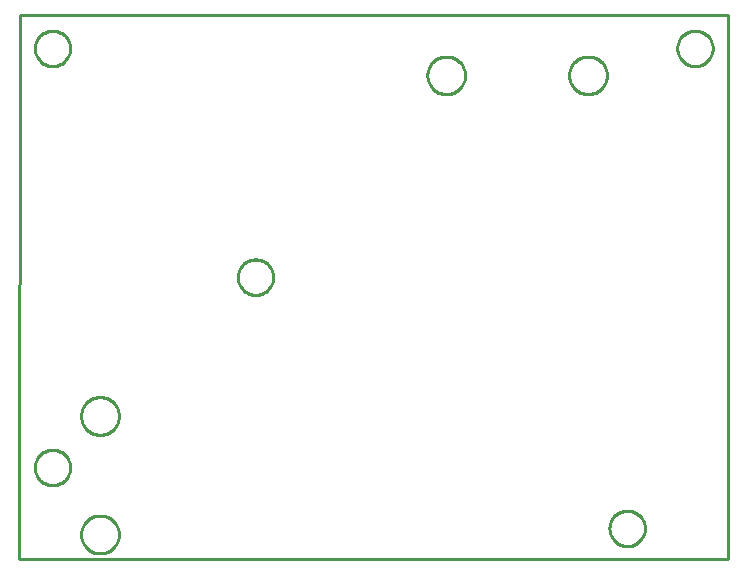
<source format=gbr>
G04 EAGLE Gerber X2 export*
%TF.Part,Single*%
%TF.FileFunction,Profile,NP*%
%TF.FilePolarity,Positive*%
%TF.GenerationSoftware,Autodesk,EAGLE,8.6.3*%
%TF.CreationDate,2018-07-14T15:57:14Z*%
G75*
%MOMM*%
%FSLAX34Y34*%
%LPD*%
%AMOC8*
5,1,8,0,0,1.08239X$1,22.5*%
G01*
%ADD10C,0.254000*%


D10*
X-100Y-200D02*
X599700Y-200D01*
X600000Y460000D01*
X100Y459900D01*
X-100Y-200D01*
X43000Y431464D02*
X42924Y430396D01*
X42771Y429335D01*
X42543Y428288D01*
X42241Y427260D01*
X41867Y426256D01*
X41422Y425281D01*
X40908Y424341D01*
X40329Y423440D01*
X39687Y422582D01*
X38985Y421772D01*
X38228Y421015D01*
X37418Y420313D01*
X36560Y419671D01*
X35659Y419092D01*
X34719Y418578D01*
X33744Y418133D01*
X32740Y417759D01*
X31712Y417457D01*
X30665Y417229D01*
X29604Y417076D01*
X28536Y417000D01*
X27464Y417000D01*
X26396Y417076D01*
X25335Y417229D01*
X24288Y417457D01*
X23260Y417759D01*
X22256Y418133D01*
X21281Y418578D01*
X20341Y419092D01*
X19440Y419671D01*
X18582Y420313D01*
X17772Y421015D01*
X17015Y421772D01*
X16313Y422582D01*
X15671Y423440D01*
X15092Y424341D01*
X14578Y425281D01*
X14133Y426256D01*
X13759Y427260D01*
X13457Y428288D01*
X13229Y429335D01*
X13076Y430396D01*
X13000Y431464D01*
X13000Y432536D01*
X13076Y433604D01*
X13229Y434665D01*
X13457Y435712D01*
X13759Y436740D01*
X14133Y437744D01*
X14578Y438719D01*
X15092Y439659D01*
X15671Y440560D01*
X16313Y441418D01*
X17015Y442228D01*
X17772Y442985D01*
X18582Y443687D01*
X19440Y444329D01*
X20341Y444908D01*
X21281Y445422D01*
X22256Y445867D01*
X23260Y446241D01*
X24288Y446543D01*
X25335Y446771D01*
X26396Y446924D01*
X27464Y447000D01*
X28536Y447000D01*
X29604Y446924D01*
X30665Y446771D01*
X31712Y446543D01*
X32740Y446241D01*
X33744Y445867D01*
X34719Y445422D01*
X35659Y444908D01*
X36560Y444329D01*
X37418Y443687D01*
X38228Y442985D01*
X38985Y442228D01*
X39687Y441418D01*
X40329Y440560D01*
X40908Y439659D01*
X41422Y438719D01*
X41867Y437744D01*
X42241Y436740D01*
X42543Y435712D01*
X42771Y434665D01*
X42924Y433604D01*
X43000Y432536D01*
X43000Y431464D01*
X587000Y431464D02*
X586924Y430396D01*
X586771Y429335D01*
X586543Y428288D01*
X586241Y427260D01*
X585867Y426256D01*
X585422Y425281D01*
X584908Y424341D01*
X584329Y423440D01*
X583687Y422582D01*
X582985Y421772D01*
X582228Y421015D01*
X581418Y420313D01*
X580560Y419671D01*
X579659Y419092D01*
X578719Y418578D01*
X577744Y418133D01*
X576740Y417759D01*
X575712Y417457D01*
X574665Y417229D01*
X573604Y417076D01*
X572536Y417000D01*
X571464Y417000D01*
X570396Y417076D01*
X569335Y417229D01*
X568288Y417457D01*
X567260Y417759D01*
X566256Y418133D01*
X565281Y418578D01*
X564341Y419092D01*
X563440Y419671D01*
X562582Y420313D01*
X561772Y421015D01*
X561015Y421772D01*
X560313Y422582D01*
X559671Y423440D01*
X559092Y424341D01*
X558578Y425281D01*
X558133Y426256D01*
X557759Y427260D01*
X557457Y428288D01*
X557229Y429335D01*
X557076Y430396D01*
X557000Y431464D01*
X557000Y432536D01*
X557076Y433604D01*
X557229Y434665D01*
X557457Y435712D01*
X557759Y436740D01*
X558133Y437744D01*
X558578Y438719D01*
X559092Y439659D01*
X559671Y440560D01*
X560313Y441418D01*
X561015Y442228D01*
X561772Y442985D01*
X562582Y443687D01*
X563440Y444329D01*
X564341Y444908D01*
X565281Y445422D01*
X566256Y445867D01*
X567260Y446241D01*
X568288Y446543D01*
X569335Y446771D01*
X570396Y446924D01*
X571464Y447000D01*
X572536Y447000D01*
X573604Y446924D01*
X574665Y446771D01*
X575712Y446543D01*
X576740Y446241D01*
X577744Y445867D01*
X578719Y445422D01*
X579659Y444908D01*
X580560Y444329D01*
X581418Y443687D01*
X582228Y442985D01*
X582985Y442228D01*
X583687Y441418D01*
X584329Y440560D01*
X584908Y439659D01*
X585422Y438719D01*
X585867Y437744D01*
X586241Y436740D01*
X586543Y435712D01*
X586771Y434665D01*
X586924Y433604D01*
X587000Y432536D01*
X587000Y431464D01*
X529600Y25064D02*
X529524Y23996D01*
X529371Y22935D01*
X529143Y21888D01*
X528841Y20860D01*
X528467Y19856D01*
X528022Y18881D01*
X527508Y17941D01*
X526929Y17040D01*
X526287Y16182D01*
X525585Y15372D01*
X524828Y14615D01*
X524018Y13913D01*
X523160Y13271D01*
X522259Y12692D01*
X521319Y12178D01*
X520344Y11733D01*
X519340Y11359D01*
X518312Y11057D01*
X517265Y10829D01*
X516204Y10676D01*
X515136Y10600D01*
X514064Y10600D01*
X512996Y10676D01*
X511935Y10829D01*
X510888Y11057D01*
X509860Y11359D01*
X508856Y11733D01*
X507881Y12178D01*
X506941Y12692D01*
X506040Y13271D01*
X505182Y13913D01*
X504372Y14615D01*
X503615Y15372D01*
X502913Y16182D01*
X502271Y17040D01*
X501692Y17941D01*
X501178Y18881D01*
X500733Y19856D01*
X500359Y20860D01*
X500057Y21888D01*
X499829Y22935D01*
X499676Y23996D01*
X499600Y25064D01*
X499600Y26136D01*
X499676Y27204D01*
X499829Y28265D01*
X500057Y29312D01*
X500359Y30340D01*
X500733Y31344D01*
X501178Y32319D01*
X501692Y33259D01*
X502271Y34160D01*
X502913Y35018D01*
X503615Y35828D01*
X504372Y36585D01*
X505182Y37287D01*
X506040Y37929D01*
X506941Y38508D01*
X507881Y39022D01*
X508856Y39467D01*
X509860Y39841D01*
X510888Y40143D01*
X511935Y40371D01*
X512996Y40524D01*
X514064Y40600D01*
X515136Y40600D01*
X516204Y40524D01*
X517265Y40371D01*
X518312Y40143D01*
X519340Y39841D01*
X520344Y39467D01*
X521319Y39022D01*
X522259Y38508D01*
X523160Y37929D01*
X524018Y37287D01*
X524828Y36585D01*
X525585Y35828D01*
X526287Y35018D01*
X526929Y34160D01*
X527508Y33259D01*
X528022Y32319D01*
X528467Y31344D01*
X528841Y30340D01*
X529143Y29312D01*
X529371Y28265D01*
X529524Y27204D01*
X529600Y26136D01*
X529600Y25064D01*
X214900Y237764D02*
X214824Y236696D01*
X214671Y235635D01*
X214443Y234588D01*
X214141Y233560D01*
X213767Y232556D01*
X213322Y231581D01*
X212808Y230641D01*
X212229Y229740D01*
X211587Y228882D01*
X210885Y228072D01*
X210128Y227315D01*
X209318Y226613D01*
X208460Y225971D01*
X207559Y225392D01*
X206619Y224878D01*
X205644Y224433D01*
X204640Y224059D01*
X203612Y223757D01*
X202565Y223529D01*
X201504Y223376D01*
X200436Y223300D01*
X199364Y223300D01*
X198296Y223376D01*
X197235Y223529D01*
X196188Y223757D01*
X195160Y224059D01*
X194156Y224433D01*
X193181Y224878D01*
X192241Y225392D01*
X191340Y225971D01*
X190482Y226613D01*
X189672Y227315D01*
X188915Y228072D01*
X188213Y228882D01*
X187571Y229740D01*
X186992Y230641D01*
X186478Y231581D01*
X186033Y232556D01*
X185659Y233560D01*
X185357Y234588D01*
X185129Y235635D01*
X184976Y236696D01*
X184900Y237764D01*
X184900Y238836D01*
X184976Y239904D01*
X185129Y240965D01*
X185357Y242012D01*
X185659Y243040D01*
X186033Y244044D01*
X186478Y245019D01*
X186992Y245959D01*
X187571Y246860D01*
X188213Y247718D01*
X188915Y248528D01*
X189672Y249285D01*
X190482Y249987D01*
X191340Y250629D01*
X192241Y251208D01*
X193181Y251722D01*
X194156Y252167D01*
X195160Y252541D01*
X196188Y252843D01*
X197235Y253071D01*
X198296Y253224D01*
X199364Y253300D01*
X200436Y253300D01*
X201504Y253224D01*
X202565Y253071D01*
X203612Y252843D01*
X204640Y252541D01*
X205644Y252167D01*
X206619Y251722D01*
X207559Y251208D01*
X208460Y250629D01*
X209318Y249987D01*
X210128Y249285D01*
X210885Y248528D01*
X211587Y247718D01*
X212229Y246860D01*
X212808Y245959D01*
X213322Y245019D01*
X213767Y244044D01*
X214141Y243040D01*
X214443Y242012D01*
X214671Y240965D01*
X214824Y239904D01*
X214900Y238836D01*
X214900Y237764D01*
X43000Y76564D02*
X42924Y75496D01*
X42771Y74435D01*
X42543Y73388D01*
X42241Y72360D01*
X41867Y71356D01*
X41422Y70381D01*
X40908Y69441D01*
X40329Y68540D01*
X39687Y67682D01*
X38985Y66872D01*
X38228Y66115D01*
X37418Y65413D01*
X36560Y64771D01*
X35659Y64192D01*
X34719Y63678D01*
X33744Y63233D01*
X32740Y62859D01*
X31712Y62557D01*
X30665Y62329D01*
X29604Y62176D01*
X28536Y62100D01*
X27464Y62100D01*
X26396Y62176D01*
X25335Y62329D01*
X24288Y62557D01*
X23260Y62859D01*
X22256Y63233D01*
X21281Y63678D01*
X20341Y64192D01*
X19440Y64771D01*
X18582Y65413D01*
X17772Y66115D01*
X17015Y66872D01*
X16313Y67682D01*
X15671Y68540D01*
X15092Y69441D01*
X14578Y70381D01*
X14133Y71356D01*
X13759Y72360D01*
X13457Y73388D01*
X13229Y74435D01*
X13076Y75496D01*
X13000Y76564D01*
X13000Y77636D01*
X13076Y78704D01*
X13229Y79765D01*
X13457Y80812D01*
X13759Y81840D01*
X14133Y82844D01*
X14578Y83819D01*
X15092Y84759D01*
X15671Y85660D01*
X16313Y86518D01*
X17015Y87328D01*
X17772Y88085D01*
X18582Y88787D01*
X19440Y89429D01*
X20341Y90008D01*
X21281Y90522D01*
X22256Y90967D01*
X23260Y91341D01*
X24288Y91643D01*
X25335Y91871D01*
X26396Y92024D01*
X27464Y92100D01*
X28536Y92100D01*
X29604Y92024D01*
X30665Y91871D01*
X31712Y91643D01*
X32740Y91341D01*
X33744Y90967D01*
X34719Y90522D01*
X35659Y90008D01*
X36560Y89429D01*
X37418Y88787D01*
X38228Y88085D01*
X38985Y87328D01*
X39687Y86518D01*
X40329Y85660D01*
X40908Y84759D01*
X41422Y83819D01*
X41867Y82844D01*
X42241Y81840D01*
X42543Y80812D01*
X42771Y79765D01*
X42924Y78704D01*
X43000Y77636D01*
X43000Y76564D01*
X43000Y431464D02*
X42924Y430396D01*
X42771Y429335D01*
X42543Y428288D01*
X42241Y427260D01*
X41867Y426256D01*
X41422Y425281D01*
X40908Y424341D01*
X40329Y423440D01*
X39687Y422582D01*
X38985Y421772D01*
X38228Y421015D01*
X37418Y420313D01*
X36560Y419671D01*
X35659Y419092D01*
X34719Y418578D01*
X33744Y418133D01*
X32740Y417759D01*
X31712Y417457D01*
X30665Y417229D01*
X29604Y417076D01*
X28536Y417000D01*
X27464Y417000D01*
X26396Y417076D01*
X25335Y417229D01*
X24288Y417457D01*
X23260Y417759D01*
X22256Y418133D01*
X21281Y418578D01*
X20341Y419092D01*
X19440Y419671D01*
X18582Y420313D01*
X17772Y421015D01*
X17015Y421772D01*
X16313Y422582D01*
X15671Y423440D01*
X15092Y424341D01*
X14578Y425281D01*
X14133Y426256D01*
X13759Y427260D01*
X13457Y428288D01*
X13229Y429335D01*
X13076Y430396D01*
X13000Y431464D01*
X13000Y432536D01*
X13076Y433604D01*
X13229Y434665D01*
X13457Y435712D01*
X13759Y436740D01*
X14133Y437744D01*
X14578Y438719D01*
X15092Y439659D01*
X15671Y440560D01*
X16313Y441418D01*
X17015Y442228D01*
X17772Y442985D01*
X18582Y443687D01*
X19440Y444329D01*
X20341Y444908D01*
X21281Y445422D01*
X22256Y445867D01*
X23260Y446241D01*
X24288Y446543D01*
X25335Y446771D01*
X26396Y446924D01*
X27464Y447000D01*
X28536Y447000D01*
X29604Y446924D01*
X30665Y446771D01*
X31712Y446543D01*
X32740Y446241D01*
X33744Y445867D01*
X34719Y445422D01*
X35659Y444908D01*
X36560Y444329D01*
X37418Y443687D01*
X38228Y442985D01*
X38985Y442228D01*
X39687Y441418D01*
X40329Y440560D01*
X40908Y439659D01*
X41422Y438719D01*
X41867Y437744D01*
X42241Y436740D01*
X42543Y435712D01*
X42771Y434665D01*
X42924Y433604D01*
X43000Y432536D01*
X43000Y431464D01*
X587000Y431464D02*
X586924Y430396D01*
X586771Y429335D01*
X586543Y428288D01*
X586241Y427260D01*
X585867Y426256D01*
X585422Y425281D01*
X584908Y424341D01*
X584329Y423440D01*
X583687Y422582D01*
X582985Y421772D01*
X582228Y421015D01*
X581418Y420313D01*
X580560Y419671D01*
X579659Y419092D01*
X578719Y418578D01*
X577744Y418133D01*
X576740Y417759D01*
X575712Y417457D01*
X574665Y417229D01*
X573604Y417076D01*
X572536Y417000D01*
X571464Y417000D01*
X570396Y417076D01*
X569335Y417229D01*
X568288Y417457D01*
X567260Y417759D01*
X566256Y418133D01*
X565281Y418578D01*
X564341Y419092D01*
X563440Y419671D01*
X562582Y420313D01*
X561772Y421015D01*
X561015Y421772D01*
X560313Y422582D01*
X559671Y423440D01*
X559092Y424341D01*
X558578Y425281D01*
X558133Y426256D01*
X557759Y427260D01*
X557457Y428288D01*
X557229Y429335D01*
X557076Y430396D01*
X557000Y431464D01*
X557000Y432536D01*
X557076Y433604D01*
X557229Y434665D01*
X557457Y435712D01*
X557759Y436740D01*
X558133Y437744D01*
X558578Y438719D01*
X559092Y439659D01*
X559671Y440560D01*
X560313Y441418D01*
X561015Y442228D01*
X561772Y442985D01*
X562582Y443687D01*
X563440Y444329D01*
X564341Y444908D01*
X565281Y445422D01*
X566256Y445867D01*
X567260Y446241D01*
X568288Y446543D01*
X569335Y446771D01*
X570396Y446924D01*
X571464Y447000D01*
X572536Y447000D01*
X573604Y446924D01*
X574665Y446771D01*
X575712Y446543D01*
X576740Y446241D01*
X577744Y445867D01*
X578719Y445422D01*
X579659Y444908D01*
X580560Y444329D01*
X581418Y443687D01*
X582228Y442985D01*
X582985Y442228D01*
X583687Y441418D01*
X584329Y440560D01*
X584908Y439659D01*
X585422Y438719D01*
X585867Y437744D01*
X586241Y436740D01*
X586543Y435712D01*
X586771Y434665D01*
X586924Y433604D01*
X587000Y432536D01*
X587000Y431464D01*
X529600Y25064D02*
X529524Y23996D01*
X529371Y22935D01*
X529143Y21888D01*
X528841Y20860D01*
X528467Y19856D01*
X528022Y18881D01*
X527508Y17941D01*
X526929Y17040D01*
X526287Y16182D01*
X525585Y15372D01*
X524828Y14615D01*
X524018Y13913D01*
X523160Y13271D01*
X522259Y12692D01*
X521319Y12178D01*
X520344Y11733D01*
X519340Y11359D01*
X518312Y11057D01*
X517265Y10829D01*
X516204Y10676D01*
X515136Y10600D01*
X514064Y10600D01*
X512996Y10676D01*
X511935Y10829D01*
X510888Y11057D01*
X509860Y11359D01*
X508856Y11733D01*
X507881Y12178D01*
X506941Y12692D01*
X506040Y13271D01*
X505182Y13913D01*
X504372Y14615D01*
X503615Y15372D01*
X502913Y16182D01*
X502271Y17040D01*
X501692Y17941D01*
X501178Y18881D01*
X500733Y19856D01*
X500359Y20860D01*
X500057Y21888D01*
X499829Y22935D01*
X499676Y23996D01*
X499600Y25064D01*
X499600Y26136D01*
X499676Y27204D01*
X499829Y28265D01*
X500057Y29312D01*
X500359Y30340D01*
X500733Y31344D01*
X501178Y32319D01*
X501692Y33259D01*
X502271Y34160D01*
X502913Y35018D01*
X503615Y35828D01*
X504372Y36585D01*
X505182Y37287D01*
X506040Y37929D01*
X506941Y38508D01*
X507881Y39022D01*
X508856Y39467D01*
X509860Y39841D01*
X510888Y40143D01*
X511935Y40371D01*
X512996Y40524D01*
X514064Y40600D01*
X515136Y40600D01*
X516204Y40524D01*
X517265Y40371D01*
X518312Y40143D01*
X519340Y39841D01*
X520344Y39467D01*
X521319Y39022D01*
X522259Y38508D01*
X523160Y37929D01*
X524018Y37287D01*
X524828Y36585D01*
X525585Y35828D01*
X526287Y35018D01*
X526929Y34160D01*
X527508Y33259D01*
X528022Y32319D01*
X528467Y31344D01*
X528841Y30340D01*
X529143Y29312D01*
X529371Y28265D01*
X529524Y27204D01*
X529600Y26136D01*
X529600Y25064D01*
X214900Y237764D02*
X214824Y236696D01*
X214671Y235635D01*
X214443Y234588D01*
X214141Y233560D01*
X213767Y232556D01*
X213322Y231581D01*
X212808Y230641D01*
X212229Y229740D01*
X211587Y228882D01*
X210885Y228072D01*
X210128Y227315D01*
X209318Y226613D01*
X208460Y225971D01*
X207559Y225392D01*
X206619Y224878D01*
X205644Y224433D01*
X204640Y224059D01*
X203612Y223757D01*
X202565Y223529D01*
X201504Y223376D01*
X200436Y223300D01*
X199364Y223300D01*
X198296Y223376D01*
X197235Y223529D01*
X196188Y223757D01*
X195160Y224059D01*
X194156Y224433D01*
X193181Y224878D01*
X192241Y225392D01*
X191340Y225971D01*
X190482Y226613D01*
X189672Y227315D01*
X188915Y228072D01*
X188213Y228882D01*
X187571Y229740D01*
X186992Y230641D01*
X186478Y231581D01*
X186033Y232556D01*
X185659Y233560D01*
X185357Y234588D01*
X185129Y235635D01*
X184976Y236696D01*
X184900Y237764D01*
X184900Y238836D01*
X184976Y239904D01*
X185129Y240965D01*
X185357Y242012D01*
X185659Y243040D01*
X186033Y244044D01*
X186478Y245019D01*
X186992Y245959D01*
X187571Y246860D01*
X188213Y247718D01*
X188915Y248528D01*
X189672Y249285D01*
X190482Y249987D01*
X191340Y250629D01*
X192241Y251208D01*
X193181Y251722D01*
X194156Y252167D01*
X195160Y252541D01*
X196188Y252843D01*
X197235Y253071D01*
X198296Y253224D01*
X199364Y253300D01*
X200436Y253300D01*
X201504Y253224D01*
X202565Y253071D01*
X203612Y252843D01*
X204640Y252541D01*
X205644Y252167D01*
X206619Y251722D01*
X207559Y251208D01*
X208460Y250629D01*
X209318Y249987D01*
X210128Y249285D01*
X210885Y248528D01*
X211587Y247718D01*
X212229Y246860D01*
X212808Y245959D01*
X213322Y245019D01*
X213767Y244044D01*
X214141Y243040D01*
X214443Y242012D01*
X214671Y240965D01*
X214824Y239904D01*
X214900Y238836D01*
X214900Y237764D01*
X43000Y76564D02*
X42924Y75496D01*
X42771Y74435D01*
X42543Y73388D01*
X42241Y72360D01*
X41867Y71356D01*
X41422Y70381D01*
X40908Y69441D01*
X40329Y68540D01*
X39687Y67682D01*
X38985Y66872D01*
X38228Y66115D01*
X37418Y65413D01*
X36560Y64771D01*
X35659Y64192D01*
X34719Y63678D01*
X33744Y63233D01*
X32740Y62859D01*
X31712Y62557D01*
X30665Y62329D01*
X29604Y62176D01*
X28536Y62100D01*
X27464Y62100D01*
X26396Y62176D01*
X25335Y62329D01*
X24288Y62557D01*
X23260Y62859D01*
X22256Y63233D01*
X21281Y63678D01*
X20341Y64192D01*
X19440Y64771D01*
X18582Y65413D01*
X17772Y66115D01*
X17015Y66872D01*
X16313Y67682D01*
X15671Y68540D01*
X15092Y69441D01*
X14578Y70381D01*
X14133Y71356D01*
X13759Y72360D01*
X13457Y73388D01*
X13229Y74435D01*
X13076Y75496D01*
X13000Y76564D01*
X13000Y77636D01*
X13076Y78704D01*
X13229Y79765D01*
X13457Y80812D01*
X13759Y81840D01*
X14133Y82844D01*
X14578Y83819D01*
X15092Y84759D01*
X15671Y85660D01*
X16313Y86518D01*
X17015Y87328D01*
X17772Y88085D01*
X18582Y88787D01*
X19440Y89429D01*
X20341Y90008D01*
X21281Y90522D01*
X22256Y90967D01*
X23260Y91341D01*
X24288Y91643D01*
X25335Y91871D01*
X26396Y92024D01*
X27464Y92100D01*
X28536Y92100D01*
X29604Y92024D01*
X30665Y91871D01*
X31712Y91643D01*
X32740Y91341D01*
X33744Y90967D01*
X34719Y90522D01*
X35659Y90008D01*
X36560Y89429D01*
X37418Y88787D01*
X38228Y88085D01*
X38985Y87328D01*
X39687Y86518D01*
X40329Y85660D01*
X40908Y84759D01*
X41422Y83819D01*
X41867Y82844D01*
X42241Y81840D01*
X42543Y80812D01*
X42771Y79765D01*
X42924Y78704D01*
X43000Y77636D01*
X43000Y76564D01*
X67676Y104690D02*
X66631Y104759D01*
X65592Y104895D01*
X64565Y105100D01*
X63553Y105371D01*
X62561Y105707D01*
X61593Y106108D01*
X60654Y106572D01*
X59746Y107096D01*
X58875Y107678D01*
X58044Y108315D01*
X57257Y109006D01*
X56516Y109747D01*
X55825Y110534D01*
X55188Y111365D01*
X54606Y112236D01*
X54082Y113144D01*
X53618Y114083D01*
X53217Y115051D01*
X52881Y116043D01*
X52610Y117055D01*
X52405Y118082D01*
X52269Y119121D01*
X52200Y120166D01*
X52200Y121214D01*
X52269Y122259D01*
X52405Y123298D01*
X52610Y124325D01*
X52881Y125337D01*
X53217Y126329D01*
X53618Y127297D01*
X54082Y128236D01*
X54606Y129144D01*
X55188Y130015D01*
X55825Y130846D01*
X56516Y131633D01*
X57257Y132374D01*
X58044Y133065D01*
X58875Y133703D01*
X59746Y134285D01*
X60654Y134808D01*
X61593Y135272D01*
X62561Y135673D01*
X63553Y136009D01*
X64565Y136280D01*
X65592Y136485D01*
X66631Y136622D01*
X67676Y136690D01*
X68724Y136690D01*
X69769Y136622D01*
X70808Y136485D01*
X71835Y136280D01*
X72847Y136009D01*
X73839Y135673D01*
X74807Y135272D01*
X75746Y134808D01*
X76654Y134285D01*
X77525Y133703D01*
X78356Y133065D01*
X79143Y132374D01*
X79884Y131633D01*
X80575Y130846D01*
X81213Y130015D01*
X81795Y129144D01*
X82318Y128236D01*
X82782Y127297D01*
X83183Y126329D01*
X83519Y125337D01*
X83790Y124325D01*
X83995Y123298D01*
X84132Y122259D01*
X84200Y121214D01*
X84200Y120166D01*
X84132Y119121D01*
X83995Y118082D01*
X83790Y117055D01*
X83519Y116043D01*
X83183Y115051D01*
X82782Y114083D01*
X82318Y113144D01*
X81795Y112236D01*
X81213Y111365D01*
X80575Y110534D01*
X79884Y109747D01*
X79143Y109006D01*
X78356Y108315D01*
X77525Y107678D01*
X76654Y107096D01*
X75746Y106572D01*
X74807Y106108D01*
X73839Y105707D01*
X72847Y105371D01*
X71835Y105100D01*
X70808Y104895D01*
X69769Y104759D01*
X68724Y104690D01*
X67676Y104690D01*
X67676Y4410D02*
X66631Y4479D01*
X65592Y4615D01*
X64565Y4820D01*
X63553Y5091D01*
X62561Y5427D01*
X61593Y5828D01*
X60654Y6292D01*
X59746Y6816D01*
X58875Y7398D01*
X58044Y8035D01*
X57257Y8726D01*
X56516Y9467D01*
X55825Y10254D01*
X55188Y11085D01*
X54606Y11956D01*
X54082Y12864D01*
X53618Y13803D01*
X53217Y14771D01*
X52881Y15763D01*
X52610Y16775D01*
X52405Y17802D01*
X52269Y18841D01*
X52200Y19886D01*
X52200Y20934D01*
X52269Y21979D01*
X52405Y23018D01*
X52610Y24045D01*
X52881Y25057D01*
X53217Y26049D01*
X53618Y27017D01*
X54082Y27956D01*
X54606Y28864D01*
X55188Y29735D01*
X55825Y30566D01*
X56516Y31353D01*
X57257Y32094D01*
X58044Y32785D01*
X58875Y33423D01*
X59746Y34005D01*
X60654Y34528D01*
X61593Y34992D01*
X62561Y35393D01*
X63553Y35729D01*
X64565Y36000D01*
X65592Y36205D01*
X66631Y36342D01*
X67676Y36410D01*
X68724Y36410D01*
X69769Y36342D01*
X70808Y36205D01*
X71835Y36000D01*
X72847Y35729D01*
X73839Y35393D01*
X74807Y34992D01*
X75746Y34528D01*
X76654Y34005D01*
X77525Y33423D01*
X78356Y32785D01*
X79143Y32094D01*
X79884Y31353D01*
X80575Y30566D01*
X81213Y29735D01*
X81795Y28864D01*
X82318Y27956D01*
X82782Y27017D01*
X83183Y26049D01*
X83519Y25057D01*
X83790Y24045D01*
X83995Y23018D01*
X84132Y21979D01*
X84200Y20934D01*
X84200Y19886D01*
X84132Y18841D01*
X83995Y17802D01*
X83790Y16775D01*
X83519Y15763D01*
X83183Y14771D01*
X82782Y13803D01*
X82318Y12864D01*
X81795Y11956D01*
X81213Y11085D01*
X80575Y10254D01*
X79884Y9467D01*
X79143Y8726D01*
X78356Y8035D01*
X77525Y7398D01*
X76654Y6816D01*
X75746Y6292D01*
X74807Y5828D01*
X73839Y5427D01*
X72847Y5091D01*
X71835Y4820D01*
X70808Y4615D01*
X69769Y4479D01*
X68724Y4410D01*
X67676Y4410D01*
X497400Y408576D02*
X497332Y407531D01*
X497195Y406492D01*
X496990Y405465D01*
X496719Y404453D01*
X496383Y403461D01*
X495982Y402493D01*
X495518Y401554D01*
X494995Y400646D01*
X494413Y399775D01*
X493775Y398944D01*
X493084Y398157D01*
X492343Y397416D01*
X491556Y396725D01*
X490725Y396088D01*
X489854Y395506D01*
X488946Y394982D01*
X488007Y394518D01*
X487039Y394117D01*
X486047Y393781D01*
X485035Y393510D01*
X484008Y393305D01*
X482969Y393169D01*
X481924Y393100D01*
X480876Y393100D01*
X479831Y393169D01*
X478792Y393305D01*
X477765Y393510D01*
X476753Y393781D01*
X475761Y394117D01*
X474793Y394518D01*
X473854Y394982D01*
X472946Y395506D01*
X472075Y396088D01*
X471244Y396725D01*
X470457Y397416D01*
X469716Y398157D01*
X469025Y398944D01*
X468388Y399775D01*
X467806Y400646D01*
X467282Y401554D01*
X466818Y402493D01*
X466417Y403461D01*
X466081Y404453D01*
X465810Y405465D01*
X465605Y406492D01*
X465469Y407531D01*
X465400Y408576D01*
X465400Y409624D01*
X465469Y410669D01*
X465605Y411708D01*
X465810Y412735D01*
X466081Y413747D01*
X466417Y414739D01*
X466818Y415707D01*
X467282Y416646D01*
X467806Y417554D01*
X468388Y418425D01*
X469025Y419256D01*
X469716Y420043D01*
X470457Y420784D01*
X471244Y421475D01*
X472075Y422113D01*
X472946Y422695D01*
X473854Y423218D01*
X474793Y423682D01*
X475761Y424083D01*
X476753Y424419D01*
X477765Y424690D01*
X478792Y424895D01*
X479831Y425032D01*
X480876Y425100D01*
X481924Y425100D01*
X482969Y425032D01*
X484008Y424895D01*
X485035Y424690D01*
X486047Y424419D01*
X487039Y424083D01*
X488007Y423682D01*
X488946Y423218D01*
X489854Y422695D01*
X490725Y422113D01*
X491556Y421475D01*
X492343Y420784D01*
X493084Y420043D01*
X493775Y419256D01*
X494413Y418425D01*
X494995Y417554D01*
X495518Y416646D01*
X495982Y415707D01*
X496383Y414739D01*
X496719Y413747D01*
X496990Y412735D01*
X497195Y411708D01*
X497332Y410669D01*
X497400Y409624D01*
X497400Y408576D01*
X377400Y408576D02*
X377332Y407531D01*
X377195Y406492D01*
X376990Y405465D01*
X376719Y404453D01*
X376383Y403461D01*
X375982Y402493D01*
X375518Y401554D01*
X374995Y400646D01*
X374413Y399775D01*
X373775Y398944D01*
X373084Y398157D01*
X372343Y397416D01*
X371556Y396725D01*
X370725Y396088D01*
X369854Y395506D01*
X368946Y394982D01*
X368007Y394518D01*
X367039Y394117D01*
X366047Y393781D01*
X365035Y393510D01*
X364008Y393305D01*
X362969Y393169D01*
X361924Y393100D01*
X360876Y393100D01*
X359831Y393169D01*
X358792Y393305D01*
X357765Y393510D01*
X356753Y393781D01*
X355761Y394117D01*
X354793Y394518D01*
X353854Y394982D01*
X352946Y395506D01*
X352075Y396088D01*
X351244Y396725D01*
X350457Y397416D01*
X349716Y398157D01*
X349025Y398944D01*
X348388Y399775D01*
X347806Y400646D01*
X347282Y401554D01*
X346818Y402493D01*
X346417Y403461D01*
X346081Y404453D01*
X345810Y405465D01*
X345605Y406492D01*
X345469Y407531D01*
X345400Y408576D01*
X345400Y409624D01*
X345469Y410669D01*
X345605Y411708D01*
X345810Y412735D01*
X346081Y413747D01*
X346417Y414739D01*
X346818Y415707D01*
X347282Y416646D01*
X347806Y417554D01*
X348388Y418425D01*
X349025Y419256D01*
X349716Y420043D01*
X350457Y420784D01*
X351244Y421475D01*
X352075Y422113D01*
X352946Y422695D01*
X353854Y423218D01*
X354793Y423682D01*
X355761Y424083D01*
X356753Y424419D01*
X357765Y424690D01*
X358792Y424895D01*
X359831Y425032D01*
X360876Y425100D01*
X361924Y425100D01*
X362969Y425032D01*
X364008Y424895D01*
X365035Y424690D01*
X366047Y424419D01*
X367039Y424083D01*
X368007Y423682D01*
X368946Y423218D01*
X369854Y422695D01*
X370725Y422113D01*
X371556Y421475D01*
X372343Y420784D01*
X373084Y420043D01*
X373775Y419256D01*
X374413Y418425D01*
X374995Y417554D01*
X375518Y416646D01*
X375982Y415707D01*
X376383Y414739D01*
X376719Y413747D01*
X376990Y412735D01*
X377195Y411708D01*
X377332Y410669D01*
X377400Y409624D01*
X377400Y408576D01*
M02*

</source>
